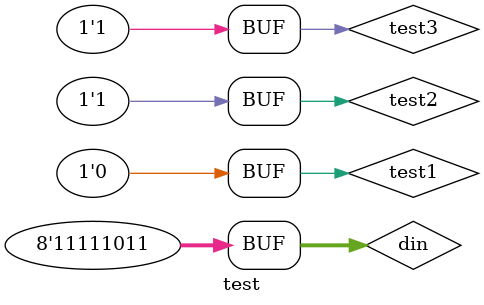
<source format=v>
`timescale 1ns / 1ps


module test;


 // Instantiate the Unit Under Test (UUT)

wire test1, test2, test3;
reg signed [7:0] din;
wire signed [7:0]dou1;
wire [7:0]dou2,dou3; 




//assign dou1 = din + 1;
//assign dou2 = din + 1'b1;
//assign dou3 = din + (-1'b1);  


assign test1 = (din + 1) > 0 ? 1'b1 : 1'b0;  //test1 = 0
assign test2 = (din + 1'b1) > 0 ? 1'b1 : 1'b0;   //test2 = 1
assign test3 = (din + (-1'b1)) > 0 ? 1'b1 : 1'b0;   // test3 = 1 (unsigned),  test3 = 0 (signed)




initial begin
 din = -5;
end
     
endmodule

</source>
